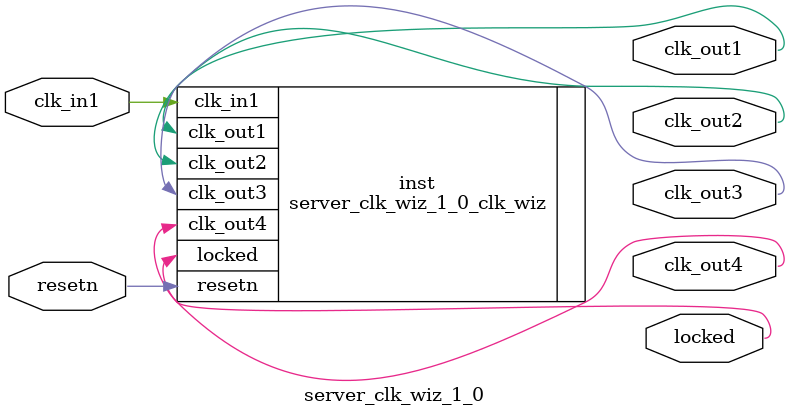
<source format=v>


`timescale 1ps/1ps

(* CORE_GENERATION_INFO = "server_clk_wiz_1_0,clk_wiz_v6_0_2_0_0,{component_name=server_clk_wiz_1_0,use_phase_alignment=true,use_min_o_jitter=false,use_max_i_jitter=false,use_dyn_phase_shift=false,use_inclk_switchover=false,use_dyn_reconfig=false,enable_axi=0,feedback_source=FDBK_AUTO,PRIMITIVE=MMCM,num_out_clk=4,clkin1_period=10.000,clkin2_period=10.000,use_power_down=false,use_reset=true,use_locked=true,use_inclk_stopped=false,feedback_type=SINGLE,CLOCK_MGR_TYPE=NA,manual_override=false}" *)

module server_clk_wiz_1_0 
 (
  // Clock out ports
  output        clk_out1,
  output        clk_out2,
  output        clk_out3,
  output        clk_out4,
  // Status and control signals
  input         resetn,
  output        locked,
 // Clock in ports
  input         clk_in1
 );

  server_clk_wiz_1_0_clk_wiz inst
  (
  // Clock out ports  
  .clk_out1(clk_out1),
  .clk_out2(clk_out2),
  .clk_out3(clk_out3),
  .clk_out4(clk_out4),
  // Status and control signals               
  .resetn(resetn), 
  .locked(locked),
 // Clock in ports
  .clk_in1(clk_in1)
  );

endmodule

</source>
